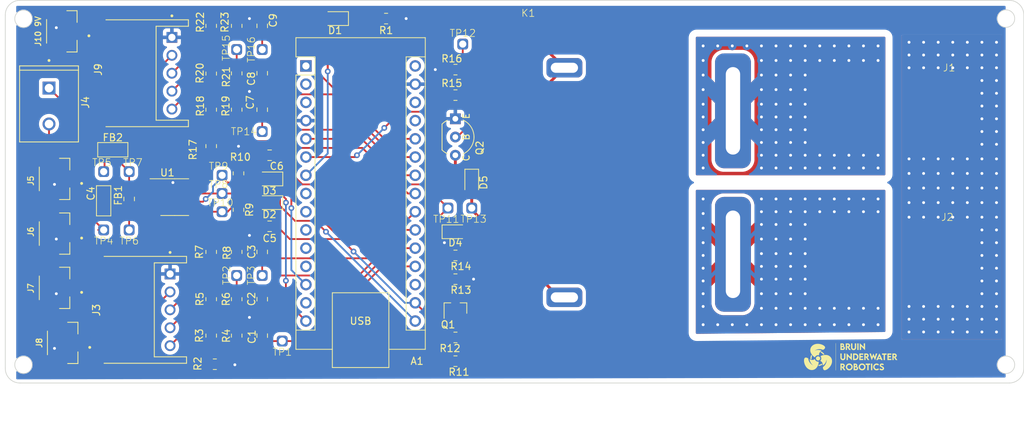
<source format=kicad_pcb>
(kicad_pcb (version 20221018) (generator pcbnew)
  (layers (0 "F.Cu" signal) (1 "In1.Cu" signal) (2 "In2.Cu" signal) (31 "B.Cu" signal) (34 "B.Paste" user) (35 "F.Paste" user) (36 "B.SilkS" user "B.Silkscreen") (37 "F.SilkS" user "F.Silkscreen") (38 "B.Mask" user) (39 "F.Mask" user) (44 "Edge.Cuts" user))
  (net 0 "")
  (net 4 "GND")
  (net 5 "/leak sensor/LEAK_SIGNAL")
  (net 6 "/e-switch/MCU_OUTPUT")
  (net 7 "Net-(A1-D4)")
  (net 13 "/temp sensor/cs")
  (net 15 "/temp sensor/so")
  (net 16 "/temp sensor/sck")
  (net 17 "+3V3")
  (net 19 "/voltage monitor/OUT1")
  (net 20 "/voltage monitor/OUT2")
  (net 21 "/voltage monitor/OUT3")
  (net 22 "/voltage monitor/OUT4")
  (net 23 "/voltage monitor2/OUT1")
  (net 24 "/voltage monitor2/OUT2")
  (net 25 "/voltage monitor2/OUT3")
  (net 26 "/voltage monitor2/OUT4")
  (net 27 "+5V")
  (net 30 "Net-(U1-T+)")
  (net 31 "Net-(U1-T-)")
  (net 32 "Net-(D1-K)")
  (net 33 "Net-(D2-A)")
  (net 34 "Net-(D3-A)")
  (net 35 "Net-(D4-A)")
  (net 36 "Net-(D5-K)")
  (net 37 "Net-(D5-A)")
  (net 38 "Net-(J4-Pin_2)")
  (net 39 "Net-(J4-Pin_1)")
  (net 40 "/e-switch/BATTERY_IN")
  (net 41 "/e-switch/SYSTEM_POWER")
  (net 42 "/voltage monitor/7V4")
  (net 43 "/voltage monitor/11V1")
  (net 44 "/voltage monitor/14V8")
  (net 45 "/leak sensor/PROBE")
  (net 46 "/voltage monitor2/7V4")
  (net 47 "/voltage monitor2/11V1")
  (net 48 "/voltage monitor2/14V8")
  (net 49 "Net-(Q1-B)")
  (net 50 "Net-(Q2-B)")
  (footprint "Capacitor_SMD:C_0805_2012Metric_Pad1.18x1.45mm_HandSolder" (layer "F.Cu") (at 118.364 67.056 90)
    (fp_text reference "C1")
    (fp_text value "10nF")
  )
  (footprint "Diode_SMD:D_0805_2012Metric_Pad1.15x1.40mm_HandSolder" (layer "F.Cu") (at 119.371 48.514 180)
    (fp_text reference "D2")
    (fp_text value "D")
  )
  (footprint "Resistor_SMD:R_0805_2012Metric_Pad1.20x1.40mm_HandSolder" (layer "F.Cu") (at 145.304 59.182)
    (fp_text reference "R13")
    (fp_text value "1k")
  )
  (footprint "Resistor_SMD:R_0805_2012Metric_Pad1.20x1.40mm_HandSolder" (layer "F.Cu") (at 111.252 23.876 90)
    (fp_text reference "R22")
    (fp_text value "11.5k")
  )
  (footprint "Library:Test Pads" (layer "F.Cu") (at 96.266 47.244 180)
    (fp_text reference "TP4")
    (fp_text value "TestPoint")
  )
  (footprint "Package_SO:SOIC-8_3.9x4.9mm_P1.27mm" (layer "F.Cu") (at 106.172 47.752)
    (fp_text reference "U1")
    (fp_text value "MAX31855KASA")
  )
  (footprint "Capacitor_SMD:C_0805_2012Metric_Pad1.18x1.45mm_HandSolder" (layer "F.Cu") (at 118.364 30.48 -90)
    (fp_text reference "C8")
    (fp_text value "10nF")
  )
  (footprint "Capacitor_SMD:C_0805_2012Metric_Pad1.18x1.45mm_HandSolder" (layer "F.Cu") (at 118.364 35.56 90)
    (fp_text reference "C7")
    (fp_text value "10nF")
  )
  (footprint "Resistor_SMD:R_0805_2012Metric_Pad1.20x1.40mm_HandSolder" (layer "F.Cu") (at 114.808 55.388 90)
    (fp_text reference "R8")
    (fp_text value "23.2k")
  )
  (footprint "PCM_4ms_Package_SOT:SOT-23" (layer "F.Cu") (at 145.304 63.246 90)
    (fp_text reference "Q1")
    (fp_text value "PNP")
  )
  (footprint "Resistor_SMD:R_0805_2012Metric_Pad1.20x1.40mm_HandSolder" (layer "F.Cu") (at 111.252 40.64 -90)
    (fp_text reference "R17")
    (fp_text value "10k")
  )
  (footprint "Resistor_SMD:R_0805_2012Metric_Pad1.20x1.40mm_HandSolder" (layer "F.Cu") (at 111.76 71.04183)
    (fp_text reference "R2")
    (fp_text value "10k")
  )
  (footprint "Resistor_SMD:R_0805_2012Metric_Pad1.20x1.40mm_HandSolder" (layer "F.Cu") (at 115.062 49.514 90)
    (fp_text reference "R9")
    (fp_text value "10k")
  )
  (footprint "Diode_SMD:D_0805_2012Metric_Pad1.15x1.40mm_HandSolder" (layer "F.Cu") (at 128.524 22.86 180)
    (fp_text reference "D1")
    (fp_text value "Green LED")
  )
  (footprint "Resistor_SMD:R_0805_2012Metric_Pad1.20x1.40mm_HandSolder" (layer "F.Cu") (at 145.304 55.88)
    (fp_text reference "R14")
    (fp_text value "100")
  )
  (footprint "Library:Relay" (layer "F.Cu") (at 173.99 45.72 -90)
    (fp_text reference "K1")
    (fp_text value "Relay_SPST-NO")
  )
  (footprint "Resistor_SMD:R_0805_2012Metric_Pad1.20x1.40mm_HandSolder" (layer "F.Cu") (at 114.808 23.876 90)
    (fp_text reference "R23")
    (fp_text value "23.2k")
  )
  (footprint "Diode_SMD:D_0805_2012Metric_Pad1.15x1.40mm_HandSolder" (layer "F.Cu") (at 147.574 45.72 -90)
    (fp_text reference "D5")
    (fp_text value "1N4007")
  )
  (footprint "Capacitor_SMD:C_0805_2012Metric_Pad1.18x1.45mm_HandSolder" (layer "F.Cu") (at 119.401 41.91 180)
    (fp_text reference "C6")
    (fp_text value "10u")
  )
  (footprint "Library:Power Supply Pads" (layer "F.Cu") (at 202.946 56.642 90)
    (fp_text reference "J2")
    (fp_text value "Conn_01x02")
  )
  (footprint "Capacitor_SMD:C_0805_2012Metric_Pad1.18x1.45mm_HandSolder" (layer "F.Cu") (at 118.364 23.876 90)
    (fp_text reference "C9")
    (fp_text value "10nF")
  )
  (footprint "Library:Test Pads" (layer "F.Cu") (at 118.364 32.258)
    (fp_text reference "TP16")
    (fp_text value "TestPoint")
  )
  (footprint "Resistor_SMD:R_0805_2012Metric_Pad1.20x1.40mm_HandSolder" (layer "F.Cu") (at 114.808 61.976 -90)
    (fp_text reference "R6")
    (fp_text value "16.5k")
  )
  (footprint "Library:Test Pads" (layer "F.Cu") (at 112.776 44.704 180)
    (fp_text reference "TP10")
    (fp_text value "TestPoint")
  )
  (footprint "Library:Test Pads" (layer "F.Cu") (at 119.888 27.178 90)
    (fp_text reference "TP15")
    (fp_text value "TestPoint")
  )
  (footprint "Library:JST_S5B-XH-A" (layer "F.Cu") (at 99.822 63.46 -90)
    (fp_text reference "J3")
    (fp_text value "S5B-XH-A")
  )
  (footprint "Resistor_SMD:R_0805_2012Metric_Pad1.20x1.40mm_HandSolder" (layer "F.Cu") (at 145.304 29.972 180)
    (fp_text reference "R16")
    (fp_text value "4.7k")
  )
  (footprint "Resistor_SMD:R_0805_2012Metric_Pad1.20x1.40mm_HandSolder" (layer "F.Cu") (at 111.252 61.976 -90)
    (fp_text reference "R5")
    (fp_text value "20.5k")
  )
  (footprint "Capacitor_SMD:C_0805_2012Metric_Pad1.18x1.45mm_HandSolder" (layer "F.Cu") (at 118.364 61.976 -90)
    (fp_text reference "C2")
    (fp_text value "10nF")
  )
  (footprint "Capacitor_SMD:C_0805_2012Metric_Pad1.18x1.45mm_HandSolder" (layer "F.Cu") (at 99.815 48.006 90)
    (fp_text reference "C4")
    (fp_text value "0.01u")
  )
  (footprint "Resistor_SMD:R_0805_2012Metric_Pad1.20x1.40mm_HandSolder" (layer "F.Cu") (at 114.808 35.56 -90)
    (fp_text reference "R19")
    (fp_text value "10k")
  )
  (footprint "Capacitor_SMD:C_0805_2012Metric_Pad1.18x1.45mm_HandSolder" (layer "F.Cu") (at 118.364 55.388 90)
    (fp_text reference "C3")
    (fp_text value "10nF")
  )
  (footprint "Library:TE_282836-2" (layer "F.Cu") (at 88.646 35.052 -90)
    (fp_text reference "J4")
    (fp_text value "Conn_01x02")
  )
  (footprint "Resistor_SMD:R_0805_2012Metric_Pad1.20x1.40mm_HandSolder" (layer "F.Cu") (at 114.808 67.056 -90)
    (fp_text reference "R4")
    (fp_text value "10k")
  )
  (footprint "Library:JST_BM02B-GHS-TBT_LF__SN_" (layer "F.Cu") (at 88.392 52.832 -90)
    (fp_text reference "J6")
    (fp_text value "Conn_01x02")
  )
  (footprint "Resistor_SMD:R_0805_2012Metric_Pad1.20x1.40mm_HandSolder" (layer "F.Cu") (at 115.062 44.434 90)
    (fp_text reference "R10")
    (fp_text value "10k")
  )
  (footprint "Resistor_SMD:R_0805_2012Metric_Pad1.20x1.40mm_HandSolder" (layer "F.Cu") (at 135.636 22.86 180)
    (fp_text reference "R1")
    (fp_text value "147")
  )
  (footprint "Ferrite_SMD_AKL:Ferrite_0805_2012Metric_Pad1.05x1.20mm_BigPads" (layer "F.Cu") (at 97.536 41.148)
    (fp_text reference "FB2")
    (fp_text value "FerriteBead" hide)
  )
  (footprint "Capacitor_SMD:C_0805_2012Metric_Pad1.18x1.45mm_HandSolder" (layer "F.Cu") (at 119.401 51.816 180)
    (fp_text reference "C5")
    (fp_text value "10u")
  )
  (footprint "Resistor_SMD:R_0805_2012Metric_Pad1.20x1.40mm_HandSolder" (layer "F.Cu") (at 145.304 33.528)
    (fp_text reference "R15")
    (fp_text value "220")
  )
  (footprint "Module:Arduino_Nano" (layer "F.Cu") (at 124.46 29.464)
    (fp_text reference "A1")
    (fp_text value "Arduino_Nano_v3.x")
  )
  (footprint "Library:JST_BM02B-GHS-TBT_LF__SN_" (layer "F.Cu") (at 89.5235 68.072 -90)
    (fp_text reference "J8")
    (fp_text value "Conn_01x02")
  )
  (footprint "Resistor_SMD:R_0805_2012Metric_Pad1.20x1.40mm_HandSolder" (layer "F.Cu") (at 145.304 67.31)
    (fp_text reference "R12")
    (fp_text value "27k")
  )
  (footprint "Library:Test Pads" (layer "F.Cu") (at 123.444 38.608 90)
    (fp_text reference "TP14")
    (fp_text value "TestPoint")
  )
  (footprint "Resistor_SMD:R_0805_2012Metric_Pad1.20x1.40mm_HandSolder" (layer "F.Cu") (at 111.252 30.528838 -90)
    (fp_text reference "R20")
    (fp_text value "20.5k")
  )
  (footprint "Library:Test Pads" (layer "F.Cu") (at 112.776 39.624 180)
    (fp_text reference "TP9")
    (fp_text value "TestPoint")
  )
  (footprint "Resistor_SMD:R_0805_2012Metric_Pad1.20x1.40mm_HandSolder" (layer "F.Cu") (at 145.304 70.612)
    (fp_text reference "R11")
    (fp_text value "1k")
  )
  (footprint "Resistor_SMD:R_0805_2012Metric_Pad1.20x1.40mm_HandSolder" (layer "F.Cu") (at 114.808 30.496 -90)
    (fp_text reference "R21")
    (fp_text value "16.5k")
  )
  (footprint "Library:Test Pads" (layer "F.Cu") (at 109.728 58.674 -90)
    (fp_text reference "TP2")
    (fp_text value "TestPoint")
  )
  (footprint "Resistor_SMD:R_0805_2012Metric_Pad1.20x1.40mm_HandSolder" (layer "F.Cu") (at 111.252 55.388 90)
    (fp_text reference "R7")
    (fp_text value "11.5k")
  )
  (footprint "Library:Power Supply Pads" (layer "F.Cu") (at 210.566 35.814 -90)
    (fp_text reference "J1")
    (fp_text value "Conn_01x02")
  )
  (footprint "Library:JST_BM02B-GHS-TBT_LF__SN_" (layer "F.Cu") (at 88.392 60.400603 -90)
    (fp_text reference "J7")
    (fp_text value "Conn_01x02")
  )
  (footprint "Resistor_SMD:R_0805_2012Metric_Pad1.20x1.40mm_HandSolder" (layer "F.Cu") (at 111.252 67.056 90)
    (fp_text reference "R3")
    (fp_text value "19.6k")
  )
  (footprint "Library:JST_S5B-XH-A" (layer "F.Cu") (at 100.076 30.48 -90)
    (fp_text reference "J9")
    (fp_text value "S5B-XH-A")
  )
  (footprint "Package_TO_SOT_THT_AKL:TO-92_Inline_Wide_EBC" (layer "F.Cu") (at 145.288 36.83 -90)
    (fp_text reference "Q2")
    (fp_text value "PN2222A" hide)
  )
  (footprint "Library:Test Pads" (layer "F.Cu") (at 116.078 67.818 -90)
    (fp_text reference "TP1")
    (fp_text value "TestPoint")
  )
  (footprint "Library:Test Pads" (layer "F.Cu") (at 113.284 58.674 -90)
    (fp_text reference "TP3")
    (fp_text value "TestPoint")
  )
  (footprint "Diode_SMD:D_0805_2012Metric_Pad1.15x1.40mm_HandSolder" (layer "F.Cu") (at 145.304 52.578)
    (fp_text reference "D4")
    (fp_text value "LED")
  )
  (footprint "Library:JST_BM02B-GHS-TBT_LF__SN_" (layer "F.Cu") (at 88.392 45.212 -90)
    (fp_text reference "J5")
    (fp_text value "Conn_01x02")
  )
  (footprint "Library:JST_BM02B-GHS-TBT_LF__SN_" (layer "F.Cu") (at 89.408 24.638 -90)
    (fp_text reference "J10 9V")
    (fp_text value "Conn_01x02")
  )
  (footprint "LOGO" (layer "F.Cu") (at 200.406 70.104)
    (fp_text reference "G***" hide)
    (fp_text value "LOGO" hide)
  )
  (footprint "Library:Test Pads" (layer "F.Cu") (at 99.822 47.244 180)
    (fp_text reference "TP6")
    (fp_text value "TestPoint")
  )
  (footprint "Diode_SMD:D_0805_2012Metric_Pad1.15x1.40mm_HandSolder" (layer "F.Cu") (at 119.371 45.212 180)
    (fp_text reference "D3")
    (fp_text value "D")
  )
  (footprint "Ferrite_SMD_AKL:Ferrite_0805_2012Metric_Pad1.05x1.20mm_BigPads" (layer "F.Cu") (at 96.259 48.26 -90)
    (fp_text reference "FB1")
    (fp_text value "FerriteBead" hide)
  )
  (footprint "Resistor_SMD:R_0805_2012Metric_Pad1.20x1.40mm_HandSolder" (layer "F.Cu") (at 111.252 35.56 90)
    (fp_text reference "R18")
    (fp_text value "19.6k")
  )
  (footprint "Library:Test Pads" (layer "B.Cu") (at 112.776 52.324 180)
    (fp_text reference "TP8")
    (fp_text value "TestPoint")
  )
  (footprint "Library:Test Pads" (layer "B.Cu") (at 96.266 49.276 180)
    (fp_text reference "TP5")
    (fp_text value "TestPoint")
  )
  (footprint "Library:Test Pads" (layer "B.Cu") (at 147.574 54.356 180)
    (fp_text reference "TP13")
    (fp_text value "TestPoint")
  )
  (footprint "Library:Test Pads" (layer "B.Cu") (at 99.822 49.276 180)
    (fp_text reference "TP7")
    (fp_text value "TestPoint")
  )
  (footprint "Library:Test Pads" (layer "B.Cu") (at 144.256 54.356 180)
    (fp_text reference "TP11")
    (fp_text value "TestPoint")
  )
  (footprint "Library:Test Pads" (layer "B.Cu") (at 146.32 31.496 180)
    (fp_text reference "TP12")
    (fp_text value "TestPoint")
  )
  (gr_arc (start 84.582 73.66) (mid 83.145159 73.064841) (end 82.55 71.628) (stroke (width 0.1)) (layer "Edge.Cuts"))
  (gr_line (start 82.55 22.352) (end 82.55 71.628) (stroke (width 0.1)) (layer "Edge.Cuts"))
  (gr_circle (center 222.0468 71.12) (end 223.266 71.12) (stroke (width 0.1)) (fill none) (layer "Edge.Cuts"))
  (gr_line (start 222.504 20.32) (end 84.582 20.32) (stroke (width 0.1)) (layer "Edge.Cuts"))
  (gr_circle (center 85.09 22.89) (end 86.3092 22.89) (stroke (width 0.1)) (fill none) (layer "Edge.Cuts"))
  (gr_line (start 222.504 73.66) (end 84.582 73.66) (stroke (width 0.1)) (layer "Edge.Cuts"))
  (gr_arc (start 224.536 71.628) (mid 223.940841 73.064841) (end 222.504 73.66) (stroke (width 0.1)) (layer "Edge.Cuts"))
  (gr_circle (center 85.09 71.12) (end 86.3092 71.12) (stroke (width 0.1)) (fill none) (layer "Edge.Cuts"))
  (gr_circle (center 222.0468 22.86) (end 223.266 22.86) (stroke (width 0.1)) (fill none) (layer "Edge.Cuts"))
  (gr_arc (start 222.504 20.32) (mid 223.940841 20.915159) (end 224.536 22.352) (stroke (width 0.1)) (layer "Edge.Cuts"))
  (gr_line (start 224.536 71.628) (end 224.536 22.352) (stroke (width 0.1)) (layer "Edge.Cuts"))
  (gr_arc (start 82.55 22.352) (mid 83.145159 20.915159) (end 84.582 20.32) (stroke (width 0.1)) (layer "Edge.Cuts"))
  (segment (start 115.284 54.388) (end 116.586 53.086) (width 0.25) (layer "F.Cu") (net 4))
  (segment (start 144.304 29.972) (end 142.494 29.972) (width 0.25) (layer "F.Cu") (net 4))
  (segment (start 114.808 66.056) (end 115.046 66.056) (width 0.25) (layer "F.Cu") (net 4))
  (segment (start 118.3635 51.816) (end 117.856 51.816) (width 0.25) (layer "F.Cu") (net 4))
  (segment (start 118.364 66.0185) (end 118.0885 66.0185) (width 0.25) (layer "F.Cu") (net 4))
  (segment (start 89.799 53.457) (end 89.662 53.594) (width 0.25) (layer "F.Cu") (net 4))
  (segment (start 91.742 61.025603) (end 89.850397 61.025603) (width 0.25) (layer "F.Cu") (net 4))
  (segment (start 136.636 22.86) (end 138.43 22.86) (width 0.25) (layer "F.Cu") (net 4))
  (segment (start 89.662 24.13) (end 92.641 24.13) (width 0.25) (layer "F.Cu") (net 4))
  (segment (start 113.046 41.64) (end 111.252 41.64) (width 0.25) (layer "F.Cu") (net 4))
  (segment (start 116.0995 40.6615) (end 117.348 41.91) (width 0.25) (layer "F.Cu") (net 4))
  (segment (start 116.586 22.86) (end 116.602 22.876) (width 0.25) (layer "F.Cu") (net 4))
  (segment (start 93.3815 68.697) (end 89.545 68.697) (width 0.25) (layer "F.Cu") (net 4))
  (segment (start 114.0245 40.6615) (end 113.046 41.64) (width 0.25) (layer "F.Cu") (net 4))
  (segment (start 114.47583 71.04183) (end 114.554 71.12) (width 0.25) (layer "F.Cu") (net 4))
  (segment (start 114.808 62.976) (end 115.046 62.976) (width 0.25) (layer "F.Cu") (net 4))
  (segment (start 118.0885 63.0135) (end 116.586 64.516) (width 0.25) (layer "F.Cu") (net 4))
  (segment (start 103.697 45.847) (end 105.791 45.847) (width 0.25) (layer "F.Cu") (net 4))
  (segment (start 89.545 45.837) (end 89.408 45.974) (width 0.25) (layer "F.Cu") (net 4))
  (segment (start 115.046 34.56) (end 116.586 33.02) (width 0.25) (layer "F.Cu") (net 4))
  (segment (start 114.808 22.876) (end 116.57 22.876) (width 0.25) (layer "F.Cu") (net 4))
  (segment (start 115.046 66.056) (end 116.586 64.516) (width 0.25) (layer "F.Cu") (net 4))
  (segment (start 89.850397 61.025603) (end 89.662 61.214) (width 0.25) (layer "F.Cu") (net 4))
  (segment (start 118.364 54.3505) (end 117.8505 54.3505) (width 0.25) (layer "F.Cu") (net 4))
  (segment (start 114.808 31.496) (end 115.062 31.496) (width 0.25) (layer "F.Cu") (net 4))
  (segment (start 89.545 68.697) (end 89.408 68.834) (width 0.25) (layer "F.Cu") (net 4))
  (segment (start 117.856 51.816) (end 116.586 53.086) (width 0.25) (layer "F.Cu") (net 4))
  (segment (start 115.062 40.6615) (end 116.0995 40.6615) (width 0.25) (layer "F.Cu") (net 4))
  (segment (start 116.602 22.876) (end 118.3265 22.876) (width 0.25) (layer "F.Cu") (net 4))
  (segment (start 146.304 59.182) (end 147.828 59.182) (width 0.25) (layer "F.Cu") (net 4))
  (segment (start 118.364 34.5225) (end 118.0885 34.5225) (width 0.25) (layer "F.Cu") (net 4))
  (segment (start 118.0885 31.5175) (end 116.586 33.02) (width 0.25) (layer "F.Cu") (net 4))
  (segment (start 115.062 40.6615) (end 114.0245 40.6615) (width 0.25) (layer "F.Cu") (net 4))
  (segment (start 115.046 62.976) (end 116.586 64.516) (width 0.25) (layer "F.Cu") (net 4))
  (segment (start 115.062 31.496) (end 116.586 33.02) (width 0.25) (layer "F.Cu") (net 4))
  (segment (start 92.641 24.13) (end 92.758 24.013) (width 0.25) (layer "F.Cu") (net 4))
  (segment (start 118.0885 66.0185) (end 116.586 64.516) (width 0.25) (layer "F.Cu") (net 4))
  (segment (start 118.364 31.5175) (end 118.0885 31.5175) (width 0.25) (layer "F.Cu") (net 4))
  (segment (start 143.764 54.102) (end 144.279 53.587) (width 0.25) (layer "F.Cu") (net 4))
  (segment (start 116.57 22.876) (end 116.586 22.86) (width 0.25) (layer "F.Cu") (net 4))
  (segment (start 117.8505 54.3505) (end 116.586 53.086) (width 0.25) (layer "F.Cu") (net 4))
  (segment (start 144.279 53.587) (end 144.279 52.578) (width 0.25) (layer "F.Cu") (net 4))
  (segment (start 117.348 41.91) (end 118.3635 41.91) (width 0.25) (layer "F.Cu") (net 4))
  (segment (start 105.791 45.847) (end 105.918 45.72) (width 0.25) (layer "F.Cu") (net 4))
  (segment (start 118.364 63.0135) (end 118.0885 63.0135) (width 0.25) (layer "F.Cu") (net 4))
  (segment (start 118.0885 34.5225) (end 116.586 33.02) (width 0.25) (layer "F.Cu") (net 4))
  (segment (start 91.742 45.837) (end 89.545 45.837) (width 0.25) (layer "F.Cu") (net 4))
  (segment (start 91.742 53.457) (end 89.799 53.457) (width 0.25) (layer "F.Cu") (net 4))
  (segment (start 118.3265 22.876) (end 118.364 22.8385) (width 0.25) (layer "F.Cu") (net 4))
  (segment (start 114.808 54.388) (end 115.284 54.388) (width 0.25) (layer "F.Cu") (net 4))
  (segment (start 112.76 71.04183) (end 114.47583 71.04183) (width 0.25) (layer "F.Cu") (net 4))
  (segment (start 114.808 34.56) (end 115.046 34.56) (width 0.25) (layer "F.Cu") (net 4))
  (via (at 210.566 27.94) (size 1.2) (drill 0.4) (layers "F.Cu" "B.Cu") (net 4))
  (via (at 216.662 48.514) (size 1.2) (drill 0.4) (layers "F.Cu" "B.Cu") (net 4))
  (via (at 210.566 48.514) (size 1.2) (drill 0.4) (layers "F.Cu" "B.Cu") (net 4))
  (via (at 208.534 27.94) (size 1.2) (drill 0.4) (layers "F.Cu" "B.Cu") (net 4))
  (via (at 214.63 50.546) (size 1.2) (drill 0.4) (layers "F.Cu" "B.Cu") (net 4))
  (via (at 208.534 64.77) (size 1.2) (drill 0.4) (layers "F.Cu" "B.Cu") (net 4))
  (via (at 220.726 59.436) (size 1.2) (drill 0.4) (layers "F.Cu" "B.Cu") (net 4))
  (via (at 114.554 71.12) (size 0.8) (drill 0.4) (layers "F.Cu" "B.Cu") (net 4))
  (via (at 218.694 48.514) (size 1.2) (drill 0.4) (layers "F.Cu" "B.Cu") (net 4))
  (via (at 212.598 48.514) (size 1.2) (drill 0.4) (layers "F.Cu" "B.Cu") (net 4))
  (via (at 220.726 31.496) (size 1.2) (drill 0.4) (layers "F.Cu" "B.Cu") (net 4))
  (via (at 212.598 27.94) (size 1.2) (drill 0.4) (layers "F.Cu" "B.Cu") (net 4))
  (via (at 208.534 62.992) (size 1.2) (drill 0.4) (layers "F.Cu" "B.Cu") (net 4))
  (via (at 220.726 57.658) (size 1.2) (drill 0.4) (layers "F.Cu" "B.Cu") (net 4))
  (via (at 216.662 64.77) (size 1.2) (drill 0.4) (layers "F.Cu" "B.Cu") (net 4))
  (via (at 218.694 62.992) (size 1.2) (drill 0.4) (layers "F.Cu" "B.Cu") (net 4))
  (via (at 220.726 38.608) (size 1.2) (drill 0.4) (layers "F.Cu" "B.Cu") (net 4))
  (via (at 218.694 55.88) (size 1.2) (drill 0.4) (layers "F.Cu" "B.Cu") (net 4))
  (via (at 105.918 45.72) (size 0.8) (drill 0.4) (layers "F.Cu" "B.Cu") (net 4))
  (via (at 212.598 64.77) (size 1.2) (drill 0.4) (layers "F.Cu" "B.Cu") (net 4))
  (via (at 116.586 33.02) (size 0.8) (drill 0.4) (layers "F.Cu" "B.Cu") (net 4))
  (via (at 216.662 62.992) (size 1.2) (drill 0.4) (layers "F.Cu" "B.Cu") (net 4))
  (via (at 216.662 26.162) (size 1.2) (drill 0.4) (layers "F.Cu" "B.Cu") (net 4))
  (via (at 214.63 29.718) (size 1.2) (drill 0.4) (layers "F.Cu" "B.Cu") (net 4))
  (via (at 210.566 42.418) (size 1.2) (drill 0.4) (layers "F.Cu" "B.Cu") (net 4))
  (via (at 220.726 62.992) (size 1.2) (drill 0.4) (layers "F.Cu" "B.Cu") (net 4))
  (via (at 212.598 44.45) (size 1.2) (drill 0.4) (layers "F.Cu" "B.Cu") (net 4))
  (via (at 218.694 46.482) (size 1.2) (drill 0.4) (layers "F.Cu" "B.Cu") (net 4))
  (via (at 214.63 48.514) (size 1.2) (drill 0.4) (layers "F.Cu" "B.Cu") (net 4))
  (via (at 214.63 26.162) (size 1.2) (drill 0.4) (layers "F.Cu" "B.Cu") (net 4))
  (via (at 220.726 66.548) (size 1.2) (drill 0.4) (layers "F.Cu" "B.Cu") (net 4))
  (via (at 212.598 62.992) (size 1.2) (drill 0.4) (layers "F.Cu" "B.Cu") (net 4))
  (via (at 218.694 33.274) (size 1.2) (drill 0.4) (layers "F.Cu" "B.Cu") (net 4))
  (via (at 220.726 48.514) (size 1.2) (drill 0.4) (layers "F.Cu" "B.Cu") (net 4))
  (via (at 216.662 29.718) (size 1.2) (drill 0.4) (layers "F.Cu" "B.Cu") (net 4))
  (via (at 220.726 44.45) (size 1.2) (drill 0.4) (layers "F.Cu" "B.Cu") (net 4))
  (via (at 218.694 36.83) (size 1.2) (drill 0.4) (layers "F.Cu" "B.Cu") (net 4))
  (via (at 89.662 53.594) (size 0.8) (drill 0.4) (layers "F.Cu" "B.Cu") (net 4))
  (via (at 220.726 36.83) (size 1.2) (drill 0.4) (layers "F.Cu" "B.Cu") (net 4))
  (via (at 208.534 42.418) (size 1.2) (drill 0.4) (layers "F.Cu" "B.Cu") (net 4))
  (via (at 212.598 66.548) (size 1.2) (drill 0.4) (layers "F.Cu" "B.Cu") (net 4))
  (via (at 218.694 26.162) (size 1.2) (drill 0.4) (layers "F.Cu" "B.Cu") (net 4))
  (via (at 218.694 42.418) (size 1.2) (drill 0.4) (layers "F.Cu" "B.Cu") (net 4))
  (via (at 210.566 64.77) (size 1.2) (drill 0.4) (layers "F.Cu" "B.Cu") (net 4))
  (via (at 208.534 48.514) (size 1.2) (drill 0.4) (layers "F.Cu" "B.Cu") (net 4))
  (via (at 220.726 64.77) (size 1.2) (drill 0.4) (layers "F.Cu" "B.Cu") (net 4))
  (via (at 220.726 55.88) (size 1.2) (drill 0.4) (layers "F.Cu" "B.Cu") (net 4))
  (via (at 212.598 29.718) (size 1.2) (drill 0.4) (layers "F.Cu" "B.Cu") (net 4))
  (via (at 216.662 50.546) (size 1.2) (drill 0.4) (layers "F.Cu" "B.Cu") (net 4))
  (via (at 216.662 46.482) (size 1.2) (drill 0.4) (layers "F.Cu" "B.Cu") (net 4))
  (via (at 220.726 29.718) (size 1.2) (drill 0.4) (layers "F.Cu" "B.Cu") (net 4))
  (via (at 220.726 26.162) (size 1.2) (drill 0.4) (layers "F.Cu" "B.Cu") (net 4))
  (via (at 218.694 66.548) (size 1.2) (drill 0.4) (layers "F.Cu" "B.Cu") (net 4))
  (via (at 214.63 42.418) (size 1.2) (drill 0.4) (layers "F.Cu" "B.Cu") (net 4))
  (via (at 220.726 35.052) (size 1.2) (drill 0.4) (layers "F.Cu" "B.Cu") (net 4))
  (via (at 218.694 59.436) (size 1.2) (drill 0.4) (layers "F.Cu" "B.Cu") (net 4))
  (via (at 138.43 22.86) (size 0.8) (drill 0.4) (layers "F.Cu" "B.Cu") (net 4))
  (via (at 220.726 27.94) (size 1.2) (drill 0.4) (layers "F.Cu" "B.Cu") (net 4))
  (via (at 220.726 33.274) (size 1.2) (drill 0.4) (layers "F.Cu" "B.Cu") (net 4))
  (via (at 220.726 40.386) (size 1.2) (drill 0.4) (layers "F.Cu" "B.Cu") (net 4))
  (via (at 220.726 61.214) (size 1.2) (drill 0.4) (layers "F.Cu" "B.Cu") (net 4))
  (via (at 220.726 52.324) (size 1.2) (drill 0.4) (layers "F.Cu" "B.Cu") (net 4))
  (via (at 210.566 26.162) (size 1.2) (drill 0.4) (layers "F.Cu" "B.Cu") (net 4))
  (via (at 212.598 26.162) (size 1.2) (drill 0.4) (layers "F.Cu" "B.Cu") (net 4))
  (via (at 116.586 22.86) (size 0.8) (drill 0.4) (layers "F.Cu" "B.Cu") (net 4))
  (via (at 147.828 59.182) (size 0.8) (drill 0.4) (layers "F.Cu" "B.Cu") (net 4))
  (via (at 210.566 66.548) (size 1.2) (drill 0.4) (layers "F.Cu" "B.Cu") (net 4))
  (via (at 208.534 66.548) (size 1.2) (drill 0.4) (layers "F.Cu" "B.Cu") (net 4))
  (via (at 142.494 29.972) (size 0.8) (drill 0.4) (layers "F.Cu" "B.Cu") (net 4))
  (via (at 216.662 66.548) (size 1.2) (drill 0.4) (layers "F.Cu" "B.Cu") (net 4))
  (via (at 214.63 46.482) (size 1.2) (drill 0.4) (layers "F.Cu" "B.Cu") (net 4))
  (via (at 218.694 52.324) (size 1.2) (drill 0.4) (layers "F.Cu" "B.Cu") (net 4))
  (via (at 212.598 46.482) (size 1.2) (drill 0.4) (layers "F.Cu" "B.Cu") (net 4))
  (via (at 208.534 50.546) (size 1.2) (drill 0.4) (layers "F.Cu" "B.Cu") (net 4))
  (via (at 220.726 54.102) (size 1.2) (drill 0.4) (layers "F.Cu" "B.Cu") (net 4))
  (via (at 218.694 29.718) (size 1.2) (drill 0.4) (layers "F.Cu" "B.Cu") (net 4))
  (via (at 208.534 46.482) (size 1.2) (drill 0.4) (layers "F.Cu" "B.Cu") (net 4))
  (via (at 214.63 27.94) (size 1.2) (drill 0.4) (layers "F.Cu" "B.Cu") (net 4))
  (via (at 216.662 27.94) (size 1.2) (drill 0.4) (layers "F.Cu" "B.Cu") (net 4))
  (via (at 218.694 54.102) (size 1.2) (drill 0.4) (layers "F.Cu" "B.Cu") (net 4))
  (via (at 210.566 46.482) (size 1.2) (drill 0.4) (layers "F.Cu" "B.Cu") (net 4))
  (via (at 220.726 42.418) (size 1.2) (drill 0.4) (layers "F.Cu" "B.Cu") (net 4))
  (via (at 218.694 64.77) (size 1.2) (drill 0.4) (layers "F.Cu" "B.Cu") (net 4))
  (via (at 208.534 26.162) (size 1.2) (drill 0.4) (layers "F.Cu" "B.Cu") (net 4))
  (via (at 214.63 66.548) (size 1.2) (drill 0.4) (layers "F.Cu" "B.Cu") (net 4))
  (via (at 218.694 57.658) (size 1.2) (drill 0.4) (layers "F.Cu" "B.Cu") (net 4))
  (via (at 218.694 31.496) (size 1.2) (drill 0.4) (layers "F.Cu" "B.Cu") (net 4))
  (via (at 216.662 42.418) (size 1.2) (drill 0.4) (layers "F.Cu" "B.Cu") (net 4))
  (via (at 218.694 61.214) (size 1.2) (drill 0.4) (layers "F.Cu" "B.Cu") (net 4))
  (via (at 218.694 44.45) (size 1.2) (drill 0.4) (layers "F.Cu" "B.Cu") (net 4))
  (via (at 210.566 50.546) (size 1.2) (drill 0.4) (layers "F.Cu" "B.Cu") (net 4))
  (via (at 208.534 29.718) (size 1.2) (drill 0.4) (layers "F.Cu" "B.Cu") (net 4))
  (via (at 89.662 61.214) (size 0.8) (drill 0.4) (layers "F.Cu" "B.Cu") (net 4))
  (via (at 116.586 53.086) (size 0.8) (drill 0.4) (layers "F.Cu" "B.Cu") (net 4))
  (via (at 216.662 44.45) (size 1.2) (drill 0.4) (layers "F.Cu" "B.Cu") (net 4))
  (via (at 218.694 50.546) (size 1.2) (drill 0.4) (layers "F.Cu" "B.Cu") (net 4))
  (via (at 116.586 64.516) (size 0.8) (drill 0.4) (layers "F.Cu" "B.Cu") (net 4))
  (via (at 143.764 54.102) (size 0.8) (drill 0.4) (layers "F.Cu" "B.Cu") (net 4))
  (via (at 218.694 40.386) (size 1.2) (drill 0.4) (layers "F.Cu" "B.Cu") (net 4))
  (via (at 214.63 64.77) (size 1.2) (drill 0.4) (layers "F.Cu" "B.Cu") (net 4))
  (via (at 218.694 27.94) (size 1.2) (drill 0.4) (layers "F.Cu" "B.Cu") (net 4))
  (via (at 210.566 29.718) (size 1.2) (drill 0.4) (layers "F.Cu" "B.Cu") (net 4))
  (via (at 89.662 24.13) (size 0.8) (drill 0.4) (layers "F.Cu" "B.Cu") (net 4))
  (via (at 89.408 45.974) (size 0.8) (drill 0.4) (layers "F.Cu" "B.Cu") (net 4))
  (via (at 210.566 44.45) (size 1.2) (drill 0.4) (layers "F.Cu" "B.Cu") (net 4))
  (via (at 89.408 68.834) (size 0.8) (drill 0.4) (layers "F.Cu" "B.Cu") (net 4))
  (via (at 208.534 44.45) (size 1.2) (drill 0.4) (layers "F.Cu" "B.Cu") (net 4))
  (via (at 214.63 44.45) (size 1.2) (drill 0.4) (layers "F.Cu" "B.Cu") (net 4))
  (via (at 218.694 38.608) (size 1.2) (drill 0.4) (layers "F.Cu" "B.Cu") (net 4))
  (via (at 212.598 50.546) (size 1.2) (drill 0.4) (layers "F.Cu" "B.Cu") (net 4))
  (via (at 210.566 62.992) (size 1.2) (drill 0.4) (layers "F.Cu" "B.Cu") (net 4))
  (via (at 214.63 62.992) (size 1.2) (drill 0.4) (layers "F.Cu" "B.Cu") (net 4))
  (via (at 220.726 46.482) (size 1.2) (drill 0.4) (layers "F.Cu" "B.Cu") (net 4))
  (via (at 115.062 40.6615) (size 0.8) (drill 0.4) (layers "F.Cu" "B.Cu") (net 4))
  (via (at 212.598 42.418) (size 1.2) (drill 0.4) (layers "F.Cu" "B.Cu") (net 4))
  (via (at 220.726 50.546) (size 1.2) (drill 0.4) (layers "F.Cu" "B.Cu") (net 4))
  (via (at 218.694 35.052) (size 1.2) (drill 0.4) (layers "F.Cu" "B.Cu") (net 4))
  (segment (start 144.354 64.246) (end 144.354 59.486) (width 0.25) (layer "F.Cu") (net 5))
  (segment (start 144.304 55.88) (end 143.002 54.578) (width 0.25) (layer "F.Cu") (net 5))
  (segment (start 132.208396 39.624) (end 124.46 39.624) (width 0.25) (layer "F.Cu") (net 5))
  (segment (start 143.002 50.514) (end 144.256 49.26) (width 0.25) (layer "F.Cu") (net 5))
  (segment (start 138.558396 45.974) (end 132.208396 39.624) (width 0.25) (layer "F.Cu") (net 5))
  (segment (start 143.002 54.578) (end 143.002 50.514) (width 0.25) (layer "F.Cu") (net 5))
  (segment (start 144.256 49.26) (end 140.97 45.974) (width 0.25) (layer "F.Cu") (net 5))
  (segment (start 144.304 59.182) (end 144.304 55.88) (width 0.25) (layer "F.Cu") (net 5))
  (segment (start 144.272 49.276) (end 144.256 49.26) (width 0.25) (layer "F.Cu") (net 5))
  (segment (start 140.97 45.974) (end 138.558396 45.974) (width 0.25) (layer "F.Cu") (net 5))
  (segment (start 144.025 56.109) (end 144.05 56.134) (width 0.25) (layer "F.Cu") (net 5))
  (segment (start 144.354 59.232) (end 144.304 59.182) (width 0.25) (layer "F.Cu") (net 5))
  (segment (start 135.382 38.1) (end 137.636 35.846) (width 0.25) (layer "F.Cu") (net 6))
  (segment (start 137.636 35.846) (end 141.986 35.846) (width 0.25) (layer "F.Cu") (net 6))
  (segment (start 141.986 35.846) (end 144.304 33.528) (width 0.25) (layer "F.Cu") (net 6))
  (segment (start 131.318 42.164) (end 124.46 42.164) (width 0.25) (layer "F.Cu") (net 6))
  (segment (start 131.572 41.91) (end 131.318 42.164) (width 0.25) (layer "F.Cu") (net 6))
  (via (at 131.572 41.91) (size 0.8) (drill 0.4) (layers "F.Cu" "B.Cu") (net 6))
  (via (at 135.382 38.1) (size 0.8) (drill 0.4) (layers "F.Cu" "B.Cu") (net 6))
  (segment (start 135.382 38.1) (end 131.572 41.91) (width 0.25) (layer "B.Cu") (net 6))
  (segment (start 124.714 42.418) (end 124.46 42.164) (width 0.25) (layer "B.Cu") (net 6))
  (segment (start 127.499 22.86) (end 127.499 30.226) (width 0.25) (layer "F.Cu") (net 7))
  (segment (start 127.499 25.917) (end 127.508 25.908) (width 0.25) (layer "F.Cu") (net 7))
  (segment (start 127.499 30.226) (end 127.499 25.917) (width 0.25) (layer "F.Cu") (net 7))
  (via (at 127.499 30.226) (size 0.8) (drill 0.4) (layers "F.Cu" "B.Cu") (net 7))
  (segment (start 127.499 41.665) (end 124.46 44.704) (width 0.25) (layer "B.Cu") (net 7))
  (segment (start 127.499 30.226) (end 127.499 41.665) (width 0.25) (layer "B.Cu") (net 7))
  (segment (start 122.428 47.498) (end 120.396 45.466) (width 0.25) (layer "F.Cu") (net 13))
  (segment (start 120.396 45.466) (end 120.396 45.212) (width 0.25) (layer "F.Cu") (net 13))
  (segment (start 122.428 49.276) (end 122.428 47.498) (width 0.25) (layer "F.Cu") (net 13))
  (via (at 122.428 49.276) (size 0.8) (drill 0.4) (layers "F.Cu" "B.Cu") (net 13))
  (segment (start 122.428 57.912) (end 124.46 59.944) (width 0.25) (layer "B.Cu") (net 13))
  (segment (start 122.428 49.276) (end 122.428 57.912) (width 0.25) (layer "B.Cu") (net 13))
  (segment (start 121.666 62.23) (end 124.46 65.024) (width 0.25) (layer "F.Cu") (net 15))
  (segment (start 121.670299 48.514) (end 121.670299 48.010299) (width 0.25) (layer "F.Cu") (net 15))
  (segment (start 120.904 47.244) (end 112.776 47.244) (width 0.25) (layer "F.Cu") (net 15))
  (segment (start 121.670299 48.010299) (end 120.904 47.244) (width 0.25) (layer "F.Cu") (net 15))
  (segment (start 108.774 47.244) (end 108.647 47.117) (width 0.25) (layer "F.Cu") (net 15))
  (segment (start 121.666 59.399) (end 121.666 62.23) (width 0.25) (layer "F.Cu") (net 15))
  (segment (start 112.776 47.244) (end 108.774 47.244) (width 0.25) (layer "F.Cu") (net 15))
  (via (at 121.670299 48.514) (size 0.8) (drill 0.4) (layers "F.Cu" "B.Cu") (net 15))
  (via (at 121.666 59.399) (size 0.8) (drill 0.4) (layers "F.Cu" "B.Cu") (net 15))
  (segment (start 121.666 59.399) (end 121.666 48.518299) (width 0.25) (layer "B.Cu") (net 15))
  (segment (start 121.666 48.518299) (end 121.670299 48.514) (width 0.25) (layer "B.Cu") (net 15))
  (segment (start 122.936 51.054) (end 120.396 48.514) (width 0.25) (layer "F.Cu") (net 16))
  (segment (start 125.73 51.054) (end 122.936 51.054) (width 0.25) (layer "F.Cu") (net 16))
  (segment (start 127.254 52.578) (end 125.73 51.054) (width 0.25) (layer "F.Cu") (net 16))
  (via (at 127.254 52.578) (size 0.8) (drill 0.4) (layers "F.Cu" "B.Cu") (net 16))
  (segment (start 127.254 52.578) (end 139.7 65.024) (width 0.25) (layer "B.Cu") (net 16))
  (segment (start 144.304 67.31) (end 144.304 67.088) (width 0.25) (layer "F.Cu") (net 17))
  (segment (start 125.222 45.974) (end 123.952 45.974) (width 0.25) (layer "F.Cu") (net 17))
  (segment (start 115.062 50.514) (end 115.094 50.546) (width 0.25) (layer "F.Cu") (net 17))
  (segment (start 123.952 45.974) (end 120.4385 42.4605) (width 0.25) (layer "F.Cu") (net 17))
  (segment (start 115.094 50.546) (end 119.1685 50.546) (width 0.25) (layer "F.Cu") (net 17))
  (segment (start 115.062 43.434) (end 118.9145 43.434) (width 0.25) (layer "F.Cu") (net 17))
  (segment (start 120.4385 42.4605) (end 120.4385 41.91) (width 0.25) (layer "F.Cu") (net 17))
  (segment (start 122.2165 53.594) (end 120.4385 51.816) (width 0.25) (layer "F.Cu") (net 17))
  (segment (start 145.304 66.31) (end 145.304 62.246) (width 0.25) (layer "F.Cu") (net 17))
  (segment (start 105.602 51.562) (end 103.697 49.657) (width 0.25) (layer "F.Cu") (net 17))
  (segment (start 144.304 67.088) (end 139.7 62.484) (width 0.25) (layer "F.Cu") (net 17))
  (segment (start 118.9145 43.434) (end 120.4385 41.91) (width 0.25) (layer "F.Cu") (net 17))
  (segment (start 119.1685 50.546) (end 120.4385 51.816) (width 0.25) (layer "F.Cu") (net 17))
  (segment (start 131.09975 55.33625) (end 126.238 50.4745) (width 0.25) (layer "F.Cu") (net 17))
  (segment (start 126.238 46.99) (end 125.222 45.974) (width 0.25) (layer "F.Cu") (net 17))
  (segment (start 129.3575 53.594) (end 122.2165 53.594) (width 0.25) (layer "F.Cu") (net 17))
  (segment (start 114.014 51.562) (end 105.602 51.562) (width 0.25) (layer "F.Cu") (net 17))
  (segment (start 126.238 50.4745) (end 126.238 46.99) (width 0.25) (layer "F.Cu") (net 17))
  (segment (start 144.304 67.31) (end 145.304 66.31) (width 0.25) (layer "F.Cu") (net 17))
  (segment (start 115.062 50.514) (end 114.014 51.562) (width 0.25) (layer "F.Cu") (net 17))
  (via (at 131.09975 55.33625) (size 0.8) (drill 0.4) (layers "F.Cu" "B.Cu") (net 17))
  (segment (start 138.2475 62.484) (end 139.7 62.484) (width 0.25) (layer "B.Cu") (net 17))
  (segment (start 131.09975 55.33625) (end 138.2475 62.484) (width 0.25) (layer "B.Cu") (net 17))
  (segment (start 105.522 60.96) (end 103.632 62.85) (width 0.25) (layer "F.Cu") (net 19))
  (segment (start 112.20583 69.596) (end 110.76 71.04183) (width 0.25) (layer "F.Cu") (net 19))
  (segment (start 103.632 62.85) (end 103.632 68.58) (width 0.25) (layer "F.Cu") (net 19))
  (segment (start 103.632 68.58) (end 106.09383 71.04183) (width 0.25) (layer "F.Cu") (net 19))
  (segment (start 139.7 57.404) (end 135.128 57.404) (width 0.25) (layer "F.Cu") (net 19))
  (segment (start 135.128 57.404) (end 122.936 69.596) (width 0.25) (layer "F.Cu") (net 19))
  (segment (start 106.09383 71.04183) (end 110.76 71.04183) (width 0.25) (layer "F.Cu") (net 19))
  (segment (start 122.936 69.596) (end 112.20583 69.596) (width 0.25) (layer "F.Cu") (net 19))
  (segment (start 123.698 67.818) (end 136.652 54.864) (width 0.25) (layer "F.Cu") (net 20))
  (segment (start 111.252 68.056) (end 114.808 68.056) (width 0.25) (layer "F.Cu") (net 20))
  (segment (start 121.158 67.818) (end 123.698 67.818) (width 0.25) (layer "F.Cu") (net 20))
  (segment (start 121.158 67.818) (end 118.6395 67.818) (width 0.25) (layer "F.Cu") (net 20))
  (segment (start 118.6395 67.818) (end 118.364 68.0935) (width 0.25) (layer "F.Cu") (net 20))
  (segment (start 114.808 68.056) (end 118.3265 68.056) (width 0.25) (layer "F.Cu") (net 20))
  (segment (start 118.3265 68.056) (end 118.364 68.0935) (width 0.25) (layer "F.Cu") (net 20))
  (segment (start 136.652 54.864) (end 139.7 54.864) (width 0.25) (layer "F.Cu") (net 20))
  (segment (start 131.826 58.674) (end 138.176 52.324) (width 0.25) (layer "F.Cu") (net 21))
  (segment (start 114.808 60.976) (end 114.808 58.674) (width 0.25) (layer "F.Cu") (net 21))
  (segment (start 114.808 60.976) (end 118.3265 60.976) (width 0.25) (layer "F.Cu") (net 21))
  (segment (start 118.364 60.9385) (end 120.6285 58.674) (width 0.25) (layer "F.Cu") (net 21))
  (segment (start 138.176 52.324) (end 139.7 52.324) (width 0.25) (layer "F.Cu") (net 21))
  (segment (start 118.3265 60.976) (end 118.364 60.9385) (width 0.25) (layer "F.Cu") (net 21))
  (segment (start 120.6285 58.674) (end 131.826 58.674) (width 0.25) (layer "F.Cu") (net 21))
  (segment (start 111.252 60.976) (end 114.808 60.976) (width 0.25) (layer "F.Cu") (net 21))
  (segment (start 118.364 56.4255) (end 118.5105 56.279) (width 0.25) (layer "F.Cu") (net 22))
  (segment (start 118.364 58.674) (end 118.364 56.4255) (width 0.25) (layer "F.Cu") (net 22))
  (segment (start 118.5105 56.279) (end 133.205 56.279) (width 0.25) (layer "F.Cu") (net 22))
  (segment (start 118.3265 56.388) (end 118.364 56.4255) (width 0.25) (layer "F.Cu") (net 22))
  (segment (start 114.808 56.388) (end 118.3265 56.388) (width 0.25) (layer "F.Cu") (net 22))
  (segment (start 111.252 56.388) (end 114.808 56.388) (width 0.25) (layer "F.Cu") (net 22))
  (segment (start 133.205 56.279) (end 139.7 49.784) (width 0.25) (layer "F.Cu") (net 22))
  (segment (start 111.252 39.64) (end 111.549 39.937) (width 0.25) (layer "F.Cu") (net 23))
  (segment (start 107.170768 39.624) (end 111.236 39.624) (width 0.25) (layer "F.Cu") (net 23))
  (segment (start 111.549 39.937) (end 122.128642 39.937) (width 0.25) (layer "F.Cu") (net 23))
  (segment (start 105.776 27.98) (end 103.886 29.87) (width 0.25) (layer "F.Cu") (net 23))
  (segment (start 138.684 47.244) (end 139.7 47.244) (width 0.25) (layer "F.Cu") (net 23))
  (segment (start 122.128642 39.937) (end 123.085642 40.894) (width 0.25) (layer "F.Cu") (net 23))
  (segment (start 103.886 29.87) (end 103.886 36.339232) (width 0.25) (layer "F.Cu") (net 23))
  (segment (start 111.236 39.624) (end 111.252 39.64) (width 0.25) (layer "F.Cu") (net 23))
  (segment (start 123.085642 40.894) (end 132.334 40.894) (width 0.25) (layer "F.Cu") (net 23))
  (segment (start 103.886 36.339232) (end 107.170768 39.624) (width 0.25) (layer "F.Cu") (net 23))
  (segment (start 132.334 40.894) (end 138.684 47.244) (width 0.25) (layer "F.Cu") (net 23))
  (segment (start 138.43 44.704) (end 139.7 44.704) (width 0.25) (layer "F.Cu") (net 24))
  (segment (start 132.08 38.354) (end 138.43 44.704) (width 0.25) (layer "F.Cu") (net 24))
  (segment (start 114.808 36.56) (end 118.3265 36.56) (width 0.25) (layer "F.Cu") (net 24))
  (segment (start 118.3265 36.56) (end 118.364 36.5975) (width 0.25) (layer "F.Cu") (net 24))
  (segment (start 118.364 36.5975) (end 118.364 38.862) (width 0.25) (layer "F.Cu") (net 24))
  (segment (start 118.364 36.5975) (end 119.39075 36.5975) (width 0.25) (layer "F.Cu") (net 24))
  (segment (start 119.39075 36.5975) (end 121.14725 38.354) (width 0.25) (layer "F.Cu") (net 24))
  (segment (start 111.252 36.56) (end 114.808 36.56) (width 0.25) (layer "F.Cu") (net 24))
  (segment (start 121.14725 38.354) (end 132.08 38.354) (width 0.25) (layer "F.Cu") (net 24))
  (segment (start 118.3105 29.496) (end 118.364 29.4425) (width 0.25) (layer "F.Cu") (net 25))
  (segment (start 114.808 29.496) (end 114.808 27.178) (width 0.25) (layer "F.Cu") (net 25))
  (segment (start 111.252 29.528838) (end 114.775162 29.528838) (width 0.25) (layer "F.Cu") (net 25))
  (segment (start 128.161 33.419) (end 136.906 42.164) (width 0.25) (layer "F.Cu") (net 25))
  (segment (start 118.364 29.4425) (end 122.3405 33.419) (width 0.25) (layer "F.Cu") (net 25))
  (segment (start 114.775162 29.528838) (end 114.808 29.496) (width 0.25) (layer "F.Cu") (net 25))
  (segment (start 122.3405 33.419) (end 128.161 33.419) (width 0.25) (layer "F.Cu") (net 25))
  (segment (start 114.808 29.496) (end 118.3105 29.496) (width 0.25) (layer "F.Cu") (net 25))
  (segment (start 136.906 42.164) (end 139.7 42.164) (width 0.25) (layer "F.Cu") (net 25))
  (segment (start 111.252 24.876) (end 114.808 24.876) (width 0.25) (layer "F.Cu") (net 26))
  (segment (start 118.364 24.9135) (end 118.3855 24.892) (width 0.25) (layer "F.Cu") (net 26))
  (segment (start 125.984 28.194) (end 125.984 30.226) (width 0.25) (layer "F.Cu") (net 26))
  (segment (start 118.3265 24.876) (end 118.364 24.9135) (width 0.25) (layer "F.Cu") (net 26))
  (segment (start 135.382 39.624) (end 139.7 39.624) (width 0.25) (layer "F.Cu") (net 26))
  (segment (start 118.3855 24.892) (end 122.682 24.892) (width 0.25) (layer "F.Cu") (net 26))
  (segment (start 114.808 24.876) (end 118.3265 24.876) (width 0.25) (layer "F.Cu") (net 26))
  (segment (start 122.682 24.892) (end 125.984 28.194) (width 0.25) (layer "F.Cu") (net 26))
  (segment (start 125.984 30.226) (end 135.382 39.624) (width 0.25) (layer "F.Cu") (net 26))
  (segment (start 118.364 24.9135) (end 118.364 27.178) (width 0.25) (layer "F.Cu") (net 26))
  (segment (start 99.5825 49.276) (end 96.386 49.276) (width 0.25) (layer "F.Cu") (net 30))
  (segment (start 103.316 48.768) (end 103.697 48.387) (width 0.25) (layer "F.Cu") (net 30))
  (segment (start 103.697 48.387) (end 103.69 48.38) (width 0.25) (layer "F.Cu") (net 30))
  (segment (start 99.815 52.063) (end 99.815 49.0435) (width 0.25) (layer "F.Cu") (net 30))
  (segment (start 96.386 49.276) (end 96.259 49.149) (width 0.25) (layer "F.Cu") (net 30))
  (segment (start 99.815 49.0435) (end 100.0905 48.768) (width 0.25) (layer "F.Cu") (net 30))
  (segment (start 100.0905 48.768) (end 103.316 48.768) (width 0.25) (layer "F.Cu") (net 30))
  (segment (start 99.815 49.0435) (end 99.5825 49.276) (width 0.25) (layer "F.Cu") (net 30))
  (segment (start 100.45 47.11) (end 103.69 47.11) (width 0.25) (layer "F.Cu") (net 31))
  (segment (start 98.686 41.148) (end 98.686 43.06) (width 0.25) (layer "F.Cu") (net 31))
  (segment (start 100.323 46.983) (end 100.45 47.11) (width 0.25) (layer "F.Cu") (net 31))
  (segment (start 99.815 46.475) (end 99.815 44.443) (width 0.25) (layer "F.Cu") (net 31))
  (segment (start 100.069 46.983) (end 100.323 46.983) (width 0.25) (layer "F.Cu") (net 31))
  (segment (start 99.815 46.729) (end 100.069 46.983) (width 0.25) (layer "F.Cu") (net 31))
  (segment (start 99.815 44.443) (end 99.314 43.942) (width 0.25) (layer "F.Cu") (net 31))
  (segment (start 98.686 43.06) (end 99.822 44.196) (width 0.25) (layer "F.Cu") (net 31))
  (segment (start 129.549 22.86) (end 134.636 22.86) (width 0.25) (layer "F.Cu") (net 32))
  (segment (start 113.538 49.784) (end 114.808 48.514) (width 0.25) (layer "F.Cu") (net 33))
  (segment (start 114.808 48.514) (end 115.062 48.514) (width 0.25) (layer "F.Cu") (net 33))
  (segment (start 108.774 49.784) (end 113.538 49.784) (width 0.25) (layer "F.Cu") (net 33))
  (segment (start 115.062 48.514) (end 118.346 48.514) (width 0.25) (layer "F.Cu") (net 33))
  (segment (start 108.647 49.657) (end 108.774 49.784) (width 0.25) (layer "F.Cu") (net 33))
  (segment (start 114.776 45.72) (end 115.062 45.434) (width 0.25) (layer "F.Cu") (net 34))
  (segment (start 118.346 45.212) (end 115.284 45.212) (width 0.25) (layer "F.Cu") (net 34))
  (segment (start 108.774 48.26) (end 108.647 48.387) (width 0.25) (layer "F.Cu") (net 34))
  (segment (start 110.109 48.387) (end 110.49 48.006) (width 0.25) (layer "F.Cu") (net 34))
  (segment (start 113.538 45.72) (end 114.776 45.72) (width 0.25) (layer "F.Cu") (net 34))
  (segment (start 108.647 48.387) (end 110.109 48.387) (width 0.25) (layer "F.Cu") (net 34))
  (segment (start 112.776 44.958) (end 113.538 45.72) (width 0.25) (layer "F.Cu") (net 34))
  (segment (start 115.284 45.212) (end 115.062 45.434) (width 0.25) (layer "F.Cu") (net 34))
  (via (at 110.49 48.006) (size 0.8) (drill 0.4) (layers "F.Cu" "B.Cu") (net 34))
  (segment (start 111.506 46.228) (end 112.776 44.958) (width 0.25) (layer "B.Cu") (net 34))
  (segment (start 110.49 48.006) (end 111.506 46.99) (width 0.25) (layer "B.Cu") (net 34))
  (segment (start 111.506 46.99) (end 111.506 46.228) (width 0.25) (layer "B.Cu") (net 34))
  (segment (start 146.116 56.2) (end 146.05 56.134) (width 0.25) (layer "F.Cu") (net 35))
  (segment (start 146.304 55.88) (end 146.304 52.603) (width 0.25) (layer "F.Cu") (net 35))
  (segment (start 146.304 52.603) (end 146.329 52.578) (width 0.25) (layer "F.Cu") (net 35))
  (segment (start 147.574 44.695) (end 147.574 42.636) (width 0.4) (layer "F.Cu") (net 36))
  (segment (start 97.112 21.76) (end 93.609 25.263) (width 0.4) (layer "F.Cu") (net 36))
  (segment (start 147.574 42.636) (end 160.49 29.72) (width 0.4) (layer "F.Cu") (net 36))
  (segment (start 93.609 25.263) (end 92.339 25.263) (width 0.4) (layer "F.Cu") (net 36))
  (segment (start 160.49 29.72) (end 152.53 21.76) (width 0.4) (layer "F.Cu") (net 36))
  (segment (start 152.53 21.76) (end 97.112 21.76) (width 0.4) (layer "F.Cu") (net 36))
  (segment (start 147.574 49.022) (end 147.32 49.276) (width 0.25) (layer "F.Cu") (net 37))
  (segment (start 160.49 61.72) (end 159.764 61.72) (width 0.4) (layer "F.Cu") (net 37))
  (segment (start 147.574 46.745) (end 147.574 49.022) (width 0.4) (layer "F.Cu") (net 37))
  (segment (start 147.574 46.745) (end 145.288 44.459) (width 0.4) (layer "F.Cu") (net 37))
  (segment (start 145.288 41.91) (end 145.288 44.459) (width 0.4) (layer "F.Cu") (net 37))
  (segment (start 159.764 61.72) (end 147.32 49.276) (width 0.4) (layer "F.Cu") (net 37))
  (segment (start 96.259 46.849) (end 96.647 46.849) (width 0.25) (layer "F.Cu") (net 38))
  (segment (start 95.744 52.324) (end 95.504 52.324) (width 0.25) (layer "F.Cu") (net 38))
  (segment (start 96.259 47.11) (end 94.996 48.373) (width 0.25) (layer "F.Cu") (net 38))
  (segment (start 88.646 37.552) (end 88.646 39.37) (width 0.25) (layer "F.Cu") (net 38))
  (segment (start 94.996 51.054) (end 96.266 52.324) (width 0.25) (layer "F.Cu") (net 38))
  (segment (start 96.125 46.849) (end 96.259 46.849) (width 0.25) (layer "F.Cu") (net 38))
  (segment (start 94.996 48.373) (end 94.996 51.054) (width 0.25) (layer "F.Cu") (net 38))
  (segment (start 88.646 39.37) (end 96.125 46.849) (width 0.25) (layer "F.Cu") (net 38))
  (segment (start 96.165 46.849) (end 96.259 46.849) (width 0.25) (layer "F.Cu") (net 38))
  (segment (start 96.386 44.076) (end 96.266 44.196) (width 0.25) (layer "F.Cu") (net 39))
  (segment (start 88.646 32.552) (end 96.386 40.292) (width 0.25) (layer "F.Cu") (net 39))
  (segment (start 96.386 41.148) (end 96.386 44.076) (width 0.25) (layer "F.Cu") (net 39))
  (segment (start 96.386 40.292) (end 96.386 41.148) (width 0.25) (layer "F.Cu") (net 39))
  (via (at 183.896 26.67) (size 1.2) (drill 0.4) (layers "F.Cu" "B.Cu") (net 40))
  (via (at 189.992 26.67) (size 1.2) (drill 0.4) (layers "F.Cu" "B.Cu") (net 40))
  (via (at 204.216 26.67) (size 1.2) (drill 0.4) (layers "F.Cu" "B.Cu") (net 40))
  (via (at 179.832 40.132) (size 1.2) (drill 0.4) (layers "F.Cu" "B.Cu") (net 40))
  (via (at 179.832 28.702) (size 1.2) (drill 0.4) (layers "F.Cu" "B.Cu") (net 40))
  (via (at 198.12 26.67) (size 1.2) (drill 0.4) (layers "F.Cu" "B.Cu") (net 40))
  (via (at 179.832 41.91) (size 1.2) (drill 0.4) (layers "F.Cu" "B.Cu") (net 40))
  (via (at 196.088 43.688) (size 1.2) (drill 0.4) (layers "F.Cu" "B.Cu") (net 40))
  (via (at 202.184 41.91) (size 1.2) (drill 0.4) (layers "F.Cu" "B.Cu") (net 40))
  (via (at 181.864 26.67) (size 1.2) (drill 0.4) (layers "F.Cu" "B.Cu") (net 40))
  (via (at 192.024 38.354) (size 1.2) (drill 0.4) (layers "F.Cu" "B.Cu") (net 40))
  (via (at 185.928 26.67) (size 1.2) (drill 0.4) (layers "F.Cu" "B.Cu") (net 40))
  (via (at 196.088 26.67) (size 1.2) (drill 0.4) (layers "F.Cu" "B.Cu") (net 40))
  (via (at 196.088 41.91) (size 1.2) (drill 0.4) (layers "F.Cu" "B.Cu") (net 40))
  (via (at 194.056 40.132) (size 1.2) (drill 0.4) (layers "F.Cu" "B.Cu") (net 40))
  (via (at 198.12 41.91) (size 1.2) (drill 0.4) (layers "F.Cu" "B.Cu") (net 40))
  (via (at 194.056 41.91) (size 1.2) (drill 0.4) (layers "F.Cu" "B.Cu") (net 40))
  (via (at 198.12 43.688) (size 1.2) (drill 0.4) (layers "F.Cu" "B.Cu") (net 40))
  (via (at 179.832 30.734) (size 1.2) (drill 0.4) (layers "F.Cu" "B.Cu") (net 40))
  (via (at 189.992 41.91) (size 1.2) (drill 0.4) (layers "F.Cu" "B.Cu") (net 40))
  (via (at 198.12 28.702) (size 1.2) (drill 0.4) (layers "F.Cu" "B.Cu") (net 40))
  (via (at 194.056 28.702) (size 1.2) (drill 0.4) (layers "F.Cu" "B.Cu") (net 40))
  (via (at 187.96 36.576) (size 1.2) (drill 0.4) (layers "F.Cu" "B.Cu") (net 40))
  (via (at 192.024 43.688) (size 1.2) (drill 0.4) (layers "F.Cu" "B.Cu") (net 40))
  (via (at 192.024 26.67) (size 1.2) (drill 0.4) (layers "F.Cu" "B.Cu") (net 40))
  (via (at 179.832 36.576) (size 1.2) (drill 0.4) (layers "F.Cu" "B.Cu") (net 40))
  (via (at 179.832 34.798) (size 1.2) (drill 0.4) (layers "F.Cu" "B.Cu") (net 40))
  (via (at 179.832 32.766) (size 1.2) (drill 0.4) (layers "F.Cu" "B.Cu") (net 40))
  (via (at 194.056 32.766) (size 1.2) (drill 0.4) (layers "F.Cu" "B.Cu") (net 40))
  (via (at 196.088 28.702) (size 1.2) (drill 0.4) (layers "F.Cu" "B.Cu") (net 40))
  (via (at 194.056 36.576) (size 1.2) (drill 0.4) (layers "F.Cu" "B.Cu") (net 40))
  (via (at 179.832 43.688) (size 1.2) (drill 0.4) (layers "F.Cu" "B.Cu") (net 40))
  (via (at 200.152 26.67) (size 1.2) (drill 0.4) (layers "F.Cu" "B.Cu") (net 40))
  (via (at 189.992 38.354) (size 1.2) (drill 0.4) (layers "F.Cu" "B.Cu") (net 40))
  (via (at 200.152 43.688) (size 1.2) (drill 0.4) (layers "F.Cu" "B.Cu") (net 40))
  (via (at 194.056 34.798) (size 1.2) (drill 0.4) (layers "F.Cu" "B.Cu") (net 40))
  (via (at 187.96 38.354) (size 1.2) (drill 0.4) (layers "F.Cu" "B.Cu") (net 40))
  (via (at 179.832 26.67) (size 1.2) (drill 0.4) (layers "F.Cu" "B.Cu") (net 40))
  (via (at 202.184 43.688) (size 1.2) (drill 0.4) (layers "F.Cu" "B.Cu") (net 40))
  (via (at 194.056 26.67) (size 1.2) (drill 0.4) (layers "F.Cu" "B.Cu") (net 40))
  (via (at 187.96 43.688) (size 1.2) (drill 0.4) (layers "F.Cu" "B.Cu") (net 40))
  (via (at 187.96 26.67) (size 1.2) (drill 0.4) (layers "F.Cu" "B.Cu") (net 40))
  (via (at 187.96 32.766) (size 1.2) (drill 0.4) (layers "F.Cu" "B.Cu") (net 40))
  (via (at 200.152 28.702) (size 1.2) (drill 0.4) (layers "F.Cu" "B.Cu") (net 40))
  (via (at 192.024 30.734) (size 1.2) (drill 0.4) (layers "F.Cu" "B.Cu") (net 40))
  (via (at 187.96 40.132) (size 1.2) (drill 0.4) (layers "F.Cu" "B.Cu") (net 40))
  (via (at 189.992 28.702) (size 1.2) (drill 0.4) (layers "F.Cu" "B.Cu") (net 40))
  (via (at 204.216 41.91) (size 1.2) (drill 0.4) (layers "F.Cu" "B.Cu") (net 40))
  (via (at 202.184 28.702) (size 1.2) (drill 0.4) (layers "F.Cu" "B.Cu") (net 40))
  (via (at 187.96 28.702) (size 1.2) (drill 0.4) (layers "F.Cu" "B.Cu") (net 40))
  (via (at 204.216 28.702) (size 1.2) (drill 0.4) (layers "F.Cu" "B.Cu") (net 40))
  (via (at 194.056 38.354) (size 1.2) (drill 0.4) (layers "F.Cu" "B.Cu") (net 40))
  (via (at 189.992 40.132) (size 1.2) (drill 0.4) (layers "F.Cu" "B.Cu") (net 40))
  (via (at 202.184 26.67) (size 1.2) (drill 0.4) (layers "F.Cu" "B.Cu") (net 40))
  (via (at 187.96 34.798) (size 1.2) (drill 0.4) (layers "F.Cu" "B.Cu") (net 40))
  (via (at 192.024 41.91) (size 1.2) (drill 0.4) (layers "F.Cu" "B.Cu") (net 40))
  (via (at 189.992 43.688) (size 1.2) (drill 0.4) (layers "F.Cu" "B.Cu") (net 40))
  (via (at 194.056 30.734) (size 1.2) (drill 0.4) (layers "F.Cu" "B.Cu") (net 40))
  (via (at 192.024 28.702) (size 1.2) (drill 0.4) (layers "F.Cu" "B.Cu") (net 40))
  (via (at 192.024 34.798) (size 1.2) (drill 0.4) (layers "F.Cu" "B.Cu") (net 40))
  (via (at 192.024 40.132) (size 1.2) (drill 0.4) (layers "F.Cu" "B.Cu") (net 40))
  (via (at 189.992 36.576) (size 1.2) (drill 0.4) (layers "F.Cu" "B.Cu") (net 40))
  (via (at 187.96 30.734) (size 1.2) (drill 0.4) (layers "F.Cu" "B.Cu") (net 40))
  (via (at 200.152 41.91) (size 1.2) (drill 0.4) (layers "F.Cu" "B.Cu") (net 40))
  (via (at 179.832 38.354) (size 1.2) (drill 0.4) (layers "F.Cu" "B.Cu") (net 40))
  (via (at 187.96 41.91) (size 1.2) (drill 0.4) (layers "F.Cu" "B.Cu") (net 40))
  (via (at 189.992 34.798) (size 1.2) (drill 0.4) (layers "F.Cu" "B.Cu") (net 40))
  (via (at 192.024 32.766) (size 1.2) (drill 0.4) (layers "F.Cu" "B.Cu") (net 40))
  (via (at 194.056 43.688) (size 1.2) (drill 0.4) (layers "F.Cu" "B.Cu") (net 40))
  (via (at 204.216 43.688) (size 1.2) (drill 0.4) (layers "F.Cu" "B.Cu") (net 40))
  (via (at 189.992 32.766) (size 1.2) (drill 0.4) (layers "F.Cu" "B.Cu") (net 40))
  (via (at 189.992 30.734) (size 1.2) (drill 0.4) (layers "F.Cu" "B.Cu") (net 40))
  (via (at 192.024 36.576) (size 1.2) (drill 0.4) (layers "F.Cu" "B.Cu") (net 40))
  (via (at 189.992 57.404) (size 1.2) (drill 0.4) (layers "F.Cu" "B.Cu") (net 41))
  (via (at 204.216 49.784) (size 1.2) (drill 0.4) (layers "F.Cu" "B.Cu") (net 41))
  (via (at 187.96 65.532) (size 1.2) (drill 0.4) (layers "F.Cu" "B.Cu") (net 41))
  (via (at 179.832 57.658) (size 1.2) (drill 0.4) (layers "F.Cu" "B.Cu") (net 41))
  (via (at 196.088 65.532) (size 1.2) (drill 0.4) (layers "F.Cu" "B.Cu") (net 41))
  (via (at 192.024 65.532) (size 1.2) (drill 0.4) (layers "F.Cu" "B.Cu") (net 41))
  (via (at 194.056 63.246) (size 1.2) (drill 0.4) (layers "F.Cu" "B.Cu") (net 41))
  (via (at 204.216 65.532) (size 1.2) (drill 0.4) (layers "F.Cu" "B.Cu") (net 41))
  (via (at 200.152 65.532) (size 1.2) (drill 0.4) (layers "F.Cu" "B.Cu") (net 41))
  (via (at 179.832 62.992) (size 1.2) (drill 0.4) (layers "F.Cu" "B.Cu") (net 41))
  (via (at 202.184 63.246) (size 1.2) (drill 0.4) (layers "F.Cu" "B.Cu") (net 41))
  (via (at 194.056 49.784) (size 1.2) (drill 0.4) (layers "F.Cu" "B.Cu") (net 41))
  (via (at 187.96 49.784) (size 1.2) (drill 0.4) (layers "F.Cu" "B.Cu") (net 41))
  (via (at 189.992 55.626) (size 1.2) (drill 0.4) (layers "F.Cu" "B.Cu") (net 41))
  (via (at 179.832 61.214) (size 1.2) (drill 0.4) (layers "F.Cu" "B.Cu") (net 41))
  (via (at 185.928 65.532) (size 1.2) (drill 0.4) (layers "F.Cu" "B.Cu") (net 41))
  (via (at 192.024 53.594) (size 1.2) (drill 0.4) (layers "F.Cu" "B.Cu") (net 41))
  (via (at 179.832 52.07) (size 1.2) (drill 0.4) (layers "F.Cu" "B.Cu") (net 41))
  (via (at 189.992 49.784) (size 1.2) (drill 0.4) (layers "F.Cu" "B.Cu") (net 41))
  (via (at 189.992 59.182) (size 1.2) (drill 0.4) (layers "F.Cu" "B.Cu") (net 41))
  (via (at 192.024 63.246) (size 1.2) (drill 0.4) (layers "F.Cu" "B.Cu") (net 41))
  (via (at 198.12 65.532) (size 1.2) (drill 0.4) (layers "F.Cu" "B.Cu") (net 41))
  (via (at 194.056 53.594) (size 1.2) (drill 0.4) (layers "F.Cu" "B.Cu") (net 41))
  (via (at 189.992 48.006) (size 1.2) (drill 0.4) (layers "F.Cu" "B.Cu") (net 41))
  (via (at 192.024 57.404) (size 1.2) (drill 0.4) (layers "F.Cu" "B.Cu") (net 41))
  (via (at 189.992 65.532) (size 1.2) (drill 0.4) (layers "F.Cu" "B.Cu") (net 41))
  (via (at 181.864 65.532) (size 1.2) (drill 0.4) (layers "F.Cu" "B.Cu") (net 41))
  (via (at 194.056 59.182) (size 1.2) (drill 0.4) (layers "F.Cu" "B.Cu") (net 41))
  (via (at 196.088 48.006) (size 1.2) (drill 0.4) (layers "F.Cu" "B.Cu") (net 41))
  (via (at 183.896 65.532) (size 1.2) (drill 0.4) (layers "F.Cu" "B.Cu") (net 41))
  (via (at 179.832 48.006) (size 1.2) (drill 0.4) (layers "F.Cu" "B.Cu") (net 41))
  (via (at 202.184 49.784) (size 1.2) (drill 0.4) (layers "F.Cu" "B.Cu") (net 41))
  (via (at 189.992 51.562) (size 1.2) (drill 0.4) (layers "F.Cu" "B.Cu") (net 41))
  (via (at 187.96 61.214) (size 1.2) (drill 0.4) (layers "F.Cu" "B.Cu") (net 41))
  (via (at 194.056 57.404) (size 1.2) (drill 0.4) (layers "F.Cu" "B.Cu") (net 41))
  (via (at 194.056 51.562) (size 1.2) (drill 0.4) (layers "F.Cu" "B.Cu") (net 41))
  (via (at 189.992 53.594) (size 1.2) (drill 0.4) (layers "F.Cu" "B.Cu") (net 41))
  (via (at 179.832 55.88) (size 1.2) (drill 0.4) (layers "F.Cu" "B.Cu") (net 41))
  (via (at 198.12 49.784) (size 1.2) (drill 0.4) (layers "F.Cu" "B.Cu") (net 41))
  (via (at 194.056 55.626) (size 1.2) (drill 0.4) (layers "F.Cu" "B.Cu") (net 41))
  (via (at 194.056 65.532) (size 1.2) (drill 0.4) (layers "F.Cu" "B.Cu") (net 41))
  (via (at 204.216 48.006) (size 1.2) (drill 0.4) (layers "F.Cu" "B.Cu") (net 41))
  (via (at 200.152 63.246) (size 1.2) (drill 0.4) (layers "F.Cu" "B.Cu") (net 41))
  (via (at 192.024 48.006) (size 1.2) (drill 0.4) (layers "F.Cu" "B.Cu") (net 41))
  (via (at 187.96 57.404) (size 1.2) (drill 0.4) (layers "F.Cu" "B.Cu") (net 41))
  (via (at 192.024 49.784) (size 1.2) (drill 0.4) (layers "F.Cu" "B.Cu") (net 41))
  (via (at 187.96 51.562) (size 1.2) (drill 0.4) (layers "F.Cu" "B.Cu") (net 41))
  (via (at 194.056 48.006) (size 1.2) (drill 0.4) (layers "F.Cu" "B.Cu") (net 41))
  (via (at 189.992 61.214) (size 1.2) (drill 0.4) (layers "F.Cu" "B.Cu") (net 41))
  (via (at 196.088 49.784) (size 1.2) (drill 0.4) (layers "F.Cu" "B.Cu") (net 41))
  (via (at 187.96 63.246) (size 1.2) (drill 0.4) (layers "F.Cu" "B.Cu") (net 41))
  (via (at 194.056 61.214) (size 1.2) (drill 0.4) (layers "F.Cu" "B.Cu") (net 41))
  (via (at 192.024 51.562) (size 1.2) (drill 0.4) (layers "F.Cu" "B.Cu") (net 41))
  (via (at 192.024 61.214) (size 1.2) (drill 0.4) (layers "F.Cu" "B.Cu") (net 41))
  (via (at 204.216 63.246) (size 1.2) (drill 0.4) (layers "F.Cu" "B.Cu") (net 41))
  (via (at 179.832 65.532) (size 1.2) (drill 0.4) (layers "F.Cu" "B.Cu") (net 41))
  (via (at 202.184 48.006) (size 1.2) (drill 0.4) (layers "F.Cu" "B.Cu") (net 41))
  (via (at 200.152 49.784) (size 1.2) (drill 0.4) (layers "F.Cu" "B.Cu") (net 41))
  (via (at 179.832 59.436) (size 1.2) (drill 0.4) (layers "F.Cu" "B.Cu") (net 41))
  (via (at 202.184 65.532) (size 1.2) (drill 0.4) (layers "F.Cu" "B.Cu") (net 41))
  (via (at 198.12 63.246) (size 1.2) (drill 0.4) (layers "F.Cu" "B.Cu") (net 41))
  (via (at 187.96 59.182) (size 1.2) (drill 0.4) (layers "F.Cu" "B.Cu") (net 41))
  (via (at 187.96 55.626) (size 1.2) (drill 0.4) (layers "F.Cu" "B.Cu") (net 41))
  (via (at 179.832 50.038) (size 1.2) (drill 0.4) (layers "F.Cu" "B.Cu") (net 41))
  (via (at 179.832 54.102) (size 1.2) (drill 0.4) (layers "F.Cu" "B.Cu") (net 41))
  (via (at 187.96 53.594) (size 1.2) (drill 0.4) (layers "F.Cu" "B.Cu") (net 41))
  (via (at 192.024 55.626) (size 1.2) (drill 0.4) (layers "F.Cu" "B.Cu") (net 41))
  (via (at 196.088 63.246) (size 1.2) (drill 0.4) (layers "F.Cu" "B.Cu") (net 41))
  (via (at 198.12 48.006) (size 1.2) (drill 0.4) (layers "F.Cu" "B.Cu") (net 41))
  (via (at 189.992 63.246) (size 1.2) (drill 0.4) (layers "F.Cu" "B.Cu") (net 41))
  (via (at 192.024 59.182) (size 1.2) (drill 0.4) (layers "F.Cu" "B.Cu") (net 41))
  (via (at 187.96 48.006) (size 1.2) (drill 0.4) (layers "F.Cu" "B.Cu") (net 41))
  (via (at 200.152 48.006) (size 1.2) (drill 0.4) (layers "F.Cu" "B.Cu") (net 41))
  (segment (start 109.22 59.762) (end 109.22 56.42) (width 0.25) (layer "F.Cu") (net 42))
  (segment (start 105.522 63.46) (end 109.22 59.762) (width 0.25) (layer "F.Cu") (net 42))
  (segment (start 109.22 56.42) (end 111.252 54.388) (width 0.25) (layer "F.Cu") (net 42))
  (segment (start 108.458 62.992) (end 108.474 62.976) (width 0.25) (layer "F.Cu") (net 43))
  (segment (start 108.458 63.024) (end 108.458 62.992) (width 0.25) (layer "F.Cu") (net 43))
  (segment (start 105.522 65.96) (end 108.458 63.024) (width 0.25) (layer "F.Cu") (net 43))
  (segment (start 108.474 62.976) (end 111.252 62.976) (width 0.25) (layer "F.Cu") (net 43))
  (segment (start 107.95 66.04) (end 107.966 66.056) (width 0.25) (layer "F.Cu") (net 44))
  (segment (start 107.942 66.04) (end 107.95 66.04) (width 0.25) (layer "F.Cu") (net 44))
  (segment (start 105.522 68.46) (end 107.942 66.04) (width 0.25) (layer "F.Cu") (net 44))
  (segment (start 107.966 66.056) (end 111.252 66.056) (width 0.25) (layer "F.Cu") (net 44))
  (segment (start 92.593 44.587) (end 91.742 44.587) (width 0.25) (layer "F.Cu") (net 45))
  (segment (start 91.742 59.775603) (end 92.878397 59.775603) (width 0.25) (layer "F.Cu") (net 45))
  (segment (start 92.8735 67.447) (end 93.218 67.1025) (width 0.25) (layer "F.Cu") (net 45))
  (segment (start 92.8735 67.447) (end 94.092 67.447) (width 0.25) (layer "F.Cu") (net 45))
  (segment (start 93.218 59.436) (end 93.218 52.07) (width 0.25) (layer "F.Cu") (net 45))
  (segment (start 92.878397 59.775603) (end 93.218 59.436) (width 0.25) (layer "F.Cu") (net 45))
  (segment (start 93.218 52.07) (end 93.218 45.212) (width 0.25) (layer "F.Cu") (net 45))
  (segment (start 144.304 70.612) (end 142.526 72.39) (width 0.25) (layer "F.Cu") (net 45))
  (segment (start 93.218 67.1025) (end 93.218 59.436) (width 0.25) (layer "F.Cu") (net 45))
  (segment (start 142.526 72.39) (end 99.035 72.39) (width 0.25) (layer "F.Cu") (net 45))
  (segment (start 93.081 52.207) (end 93.218 52.07) (width 0.25) (layer "F.Cu") (net 45))
  (segment (start 99.035 72.39) (end 94.0945 67.4495) (width 0.25) (layer "F.Cu") (net 45))
  (segment (start 93.218 45.212) (end 92.593 44.587) (width 0.25) (layer "F.Cu") (net 45))
  (segment (start 91.742 52.207) (end 93.081 52.207) (width 0.25) (layer "F.Cu") (net 45))
  (segment (start 94.092 67.447) (end 94.0945 67.4495) (width 0.25) (layer "F.Cu") (net 45))
  (segment (start 105.776 30.48) (end 108.712 27.544) (width 0.25) (layer "F.Cu") (net 46))
  (segment (start 108.712 27.544) (end 108.712 25.416) (width 0.25) (layer "F.Cu") (net 46))
  (segment (start 108.712 25.416) (end 111.252 22.876) (width 0.25) (layer "F.Cu") (net 46))
  (segment (start 111.030838 31.75) (end 111.252 31.528838) (width 0.25) (layer "F.Cu") (net 47))
  (segment (start 111.252 31.528838) (end 107.227162 31.528838) (width 0.25) (layer "F.Cu") (net 47))
  (segment (start 107.227162 31.528838) (end 105.776 32.98) (width 0.25) (layer "F.Cu") (net 47))
  (segment (start 106.696 34.56) (end 105.776 35.48) (width 0.25) (layer "F.Cu") (net 48))
  (segment (start 111.252 34.56) (end 106.696 34.56) (width 0.25) (layer "F.Cu") (net 48))
  (segment (start 146.304 67.31) (end 146.304 64.296) (width 0.25) (layer "F.Cu") (net 49))
  (segment (start 146.304 70.612) (end 146.304 67.31) (width 0.25) (layer "F.Cu") (net 49))
  (segment (start 146.304 64.296) (end 146.254 64.246) (width 0.25) (layer "F.Cu") (net 49))
  (segment (start 146.304 29.972) (end 146.304 33.528) (width 0.25) (layer "F.Cu") (net 50))
  (segment (start 146.32 29.956) (end 146.304 29.972) (width 0.25) (layer "F.Cu") (net 50))
  (segment (start 146.812 34.036) (end 146.812 38.1) (width 0.25) (layer "F.Cu") (net 50))
  (segment (start 146.812 38.1) (end 145.288 39.624) (width 0.25) (layer "F.Cu") (net 50))
  (segment (start 146.32 26.416) (end 146.32 29.956) (width 0.25) (layer "F.Cu") (net 50))
  (segment (start 146.304 33.528) (end 146.812 34.036) (width 0.25) (layer "F.Cu") (net 50))
  (zone (net 41) (net_name "/e-switch/SYSTEM_POWER") (layer "F.Cu") (priority 2) (connect_pads (clearance 0.5)) (min_thickness 0.25) (fill yes (thermal_gap 0.5) (thermal_bridge_width 2))
    (polygon (pts (xy 178.816 46.736) (xy 205.232 46.736) (xy 205.232 66.548) (xy 178.816 66.802)))
  )
  (zone (net 40) (net_name "/e-switch/BATTERY_IN") (layer "F.Cu") (priority 1) (connect_pads (clearance 0.5)) (min_thickness 0.25) (fill yes (thermal_gap 0.5) (thermal_bridge_width 2))
    (polygon (pts (xy 178.816 25.4) (xy 205.232 25.4) (xy 205.232 44.704) (xy 178.816 44.704)))
  )
  (zone (net 4) (net_name "GND") (layer "F.Cu") (priority 4) (connect_pads (clearance 0.5)) (min_thickness 0.25) (fill yes (thermal_gap 0.5) (thermal_bridge_width 2))
    (polygon (pts (xy 207.518 25.146) (xy 221.488 25.146) (xy 221.488 67.564) (xy 207.518 67.564) (xy 207.518 25.654)))
  )
  (zone (net 4) (net_name "GND") (layer "B.Cu") (connect_pads (clearance 0.5)) (min_thickness 0.25) (fill yes (thermal_gap 0.5) (thermal_bridge_width 0.5))
    (polygon (pts (xy 221.996 72.898) (xy 221.996 21.082) (xy 84.074 21.082) (xy 84.074 73.152)))
  )
  (zone (net 4) (net_name "GND") (layer "B.Cu") (priority 3) (connect_pads (clearance 0.5)) (min_thickness 0.25) (fill yes (thermal_gap 0.5) (thermal_bridge_width 2))
    (polygon (pts (xy 207.518 25.146) (xy 221.488 25.146) (xy 221.488 67.564) (xy 207.518 67.564)))
  )
  (zone (net 40) (net_name "/e-switch/BATTERY_IN") (layer "B.Cu") (priority 5) (connect_pads (clearance 1)) (min_thickness 0.25) (fill yes (thermal_gap 1) (thermal_bridge_width 2))
    (polygon (pts (xy 178.816 25.4) (xy 205.232 25.4) (xy 205.232 44.704) (xy 178.816 44.704)))
  )
  (zone (net 41) (net_name "/e-switch/SYSTEM_POWER") (layer "B.Cu") (priority 6) (connect_pads (clearance 1)) (min_thickness 0.25) (fill yes (thermal_gap 0.5) (thermal_bridge_width 0.5))
    (polygon (pts (xy 178.816 46.736) (xy 205.232 46.736) (xy 205.232 66.548) (xy 178.816 66.802)))
  )
)
</source>
